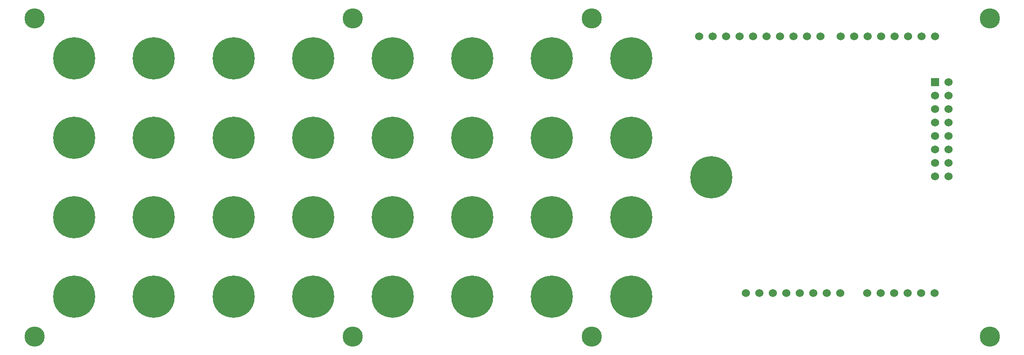
<source format=gbs>
G04 #@! TF.GenerationSoftware,KiCad,Pcbnew,(2018-02-14 revision 6afdf1cf8)-makepkg*
G04 #@! TF.CreationDate,2018-02-15T17:49:41+13:00*
G04 #@! TF.ProjectId,patch-shield-digital,70617463682D736869656C642D646967,rev?*
G04 #@! TF.SameCoordinates,Original*
G04 #@! TF.FileFunction,Soldermask,Bot*
G04 #@! TF.FilePolarity,Negative*
%FSLAX46Y46*%
G04 Gerber Fmt 4.6, Leading zero omitted, Abs format (unit mm)*
G04 Created by KiCad (PCBNEW (2018-02-14 revision 6afdf1cf8)-makepkg) date 02/15/18 17:49:41*
%MOMM*%
%LPD*%
G01*
G04 APERTURE LIST*
%ADD10C,7.929880*%
%ADD11C,3.797300*%
%ADD12R,1.524000X1.524000*%
%ADD13C,1.524000*%
G04 APERTURE END LIST*
D10*
X55001160Y-59999880D03*
X69999860Y-59999880D03*
X85001100Y-59999880D03*
X99999800Y-59999880D03*
X115001040Y-59999880D03*
X129999740Y-59999880D03*
X145000980Y-59999880D03*
X159999680Y-59999880D03*
X55001160Y-75001120D03*
X69999860Y-75001120D03*
X85001100Y-75001120D03*
X99999800Y-75001120D03*
X115001040Y-75001120D03*
X129999740Y-75001120D03*
X145000980Y-75001120D03*
X159999680Y-75001120D03*
X159999680Y-89999820D03*
X145000980Y-89999820D03*
X129999740Y-89999820D03*
X115001040Y-89999820D03*
X99999800Y-89999820D03*
X85001100Y-89999820D03*
X69999860Y-89999820D03*
X55001160Y-89999820D03*
X55001160Y-105001060D03*
X69999860Y-105001060D03*
X85001100Y-105001060D03*
X99999800Y-105001060D03*
X115001040Y-105001060D03*
X129999740Y-105001060D03*
X145000980Y-105001060D03*
X159999680Y-105001060D03*
D11*
X47500540Y-52499260D03*
X107500420Y-52499260D03*
X152499060Y-52499260D03*
X227500180Y-52499260D03*
X227500180Y-112499140D03*
X152499060Y-112499140D03*
X107500420Y-112499140D03*
X47500540Y-112499140D03*
D10*
X175000920Y-82499200D03*
D12*
X217195400Y-64516000D03*
D13*
X219735400Y-64516000D03*
X217195400Y-67056000D03*
X219735400Y-67056000D03*
X217195400Y-69596000D03*
X219735400Y-69596000D03*
X217195400Y-72136000D03*
X219735400Y-72136000D03*
X217195400Y-74676000D03*
X219735400Y-74676000D03*
X181584600Y-104343200D03*
X184124600Y-104343200D03*
X186664600Y-104343200D03*
X189204600Y-104343200D03*
X191744600Y-104343200D03*
X194284600Y-104343200D03*
X196824600Y-104343200D03*
X199364600Y-104343200D03*
X204419200Y-104343200D03*
X206959200Y-104343200D03*
X209499200Y-104343200D03*
X212039200Y-104343200D03*
X214579200Y-104343200D03*
X217119200Y-104343200D03*
X217195400Y-77216000D03*
X217195400Y-79756000D03*
X217195400Y-82296000D03*
X219735400Y-82296000D03*
X219735400Y-79756000D03*
X219735400Y-77216000D03*
X217195400Y-55880000D03*
X214655400Y-55880000D03*
X212115400Y-55880000D03*
X209575400Y-55880000D03*
X207035400Y-55880000D03*
X204495400Y-55880000D03*
X201955400Y-55880000D03*
X199415400Y-55880000D03*
X195580000Y-55880000D03*
X193040000Y-55880000D03*
X190500000Y-55880000D03*
X187960000Y-55880000D03*
X185420000Y-55880000D03*
X182880000Y-55880000D03*
X180340000Y-55880000D03*
X177800000Y-55880000D03*
X175260000Y-55880000D03*
X172720000Y-55880000D03*
M02*

</source>
